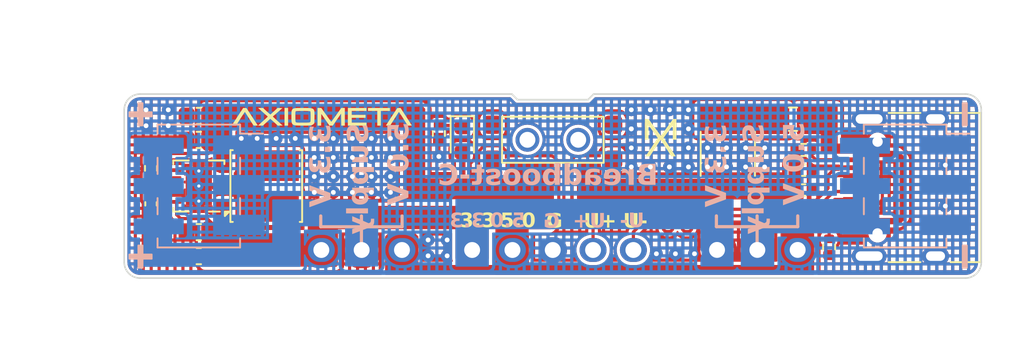
<source format=kicad_pcb>
(kicad_pcb (version 20240108) (generator "pcbnew") (generator_version "8.0")
  (layers (0 "F.Cu" mixed) (31 "B.Cu" mixed) (34 "B.Paste" user) (35 "F.Paste" user) (36 "B.SilkS" user "B.Silkscreen") (37 "F.SilkS" user "F.Silkscreen") (38 "B.Mask" user) (39 "F.Mask" user) (44 "Edge.Cuts" user))
  (net 0 "")
  (net 1 "GND")
  (net 2 "/V_IN")
  (net 3 "+3V3")
  (net 4 "+5V")
  (net 5 "Net-(F1-Pad1)")
  (net 6 "Net-(FB1-Pad2)")
  (net 7 "/BB_NET_1")
  (net 8 "/BB_NET_2")
  (net 9 "/CC2")
  (net 10 "/CC1")
  (net 15 "Net-(U4-EN)")
  (net 16 "/USB_M")
  (net 17 "/USB_P")
  (net 18 "Net-(D1-K)")
  (net 19 "/L2")
  (net 20 "/L1")
  (footprint "Capacitor_SMD:C_0603_1608Metric" (layer "F.Cu") (at 126.125 113.015 180)
    (property "Reference" "C3" (hide yes))
    (property "Value" "10uF")
    (pad "1" smd roundrect (at -0.775 0 180) (size 0.9 0.95) (layers "F.Cu" "F.Paste" "F.Mask") (net 3 "+3V3"))
    (pad "2" smd roundrect (at 0.775 0 180) (size 0.9 0.95) (layers "F.Cu" "F.Paste" "F.Mask") (net 1 "GND"))
  )
  (footprint "aArtWork:smaller_Axiometa" (layer "F.Cu") (at 134.191 104.474)
    (property "Reference" "G***" (hide yes))
    (property "Value" "LOGO" (hide yes))
  )
  (footprint "Connector_PinHeader_2.54mm:PinHeader_1x03_P2.54mm_Vertical" (layer "F.Cu") (at 133.844999 112.63 90)
    (property "Reference" "J3" (hide yes))
    (property "Value" "Select")
    (pad "1" thru_hole oval (at 0 0 90) (size 1.5 1.7) (drill 1) (layers "*.Cu" "*.Mask") (net 3 "+3V3"))
    (pad "2" thru_hole oval (at 0 2.54 90) (size 1.5 1.7) (drill 1) (layers "*.Cu" "*.Mask") (net 7 "/BB_NET_1"))
    (pad "3" thru_hole oval (at 0 5.079999 90) (size 1.5 1.7) (drill 1) (layers "*.Cu" "*.Mask") (net 4 "+5V"))
  )
  (footprint "Inductor_SMD:L_Sunlord_SWPA4012S" (layer "F.Cu") (at 130.375 108.6 90)
    (property "Reference" "L1" (hide yes))
    (property "Value" "2.2uH")
    (pad "1" smd rect (at -1.5 0 90) (size 1.1 3.7) (layers "F.Cu" "F.Paste" "F.Mask") (net 19 "/L2"))
    (pad "2" smd rect (at 1.5 0 90) (size 1.1 3.7) (layers "F.Cu" "F.Paste" "F.Mask") (net 20 "/L1"))
  )
  (footprint "Resistor_SMD:R_0402_1005Metric" (layer "F.Cu") (at 164.23 106.325)
    (property "Reference" "R3" (hide yes))
    (property "Value" "5.1k")
    (pad "1" smd roundrect (at -0.509999 0) (size 0.54 0.64) (layers "F.Cu" "F.Paste" "F.Mask") (net 1 "GND"))
    (pad "2" smd roundrect (at 0.509999 0) (size 0.54 0.64) (layers "F.Cu" "F.Paste" "F.Mask") (net 9 "/CC2"))
  )
  (footprint "Resistor_SMD:R_0402_1005Metric" (layer "F.Cu") (at 141.25 105.29 90)
    (property "Reference" "R1" (hide yes))
    (property "Value" "2k")
    (pad "1" smd roundrect (at -0.509999 0 90) (size 0.54 0.64) (layers "F.Cu" "F.Paste" "F.Mask") (net 1 "GND"))
    (pad "2" smd roundrect (at 0.509999 0 90) (size 0.54 0.64) (layers "F.Cu" "F.Paste" "F.Mask") (net 18 "Net-(D1-K)"))
  )
  (footprint "Capacitor_SMD:C_0805_2012Metric" (layer "F.Cu") (at 163.56 104.39)
    (property "Reference" "FB1" (hide yes))
    (property "Value" "FerriteBead")
    (pad "1" smd roundrect (at -0.95 0) (size 1 1.45) (layers "F.Cu" "F.Paste" "F.Mask") (net 5 "Net-(F1-Pad1)"))
    (pad "2" smd roundrect (at 0.95 0) (size 1 1.45) (layers "F.Cu" "F.Paste" "F.Mask") (net 6 "Net-(FB1-Pad2)"))
  )
  (footprint "Resistor_SMD:R_0402_1005Metric" (layer "F.Cu") (at 165.837 112.436 90)
    (property "Reference" "R4" (hide yes))
    (property "Value" "5.1k")
    (pad "1" smd roundrect (at -0.509999 0 90) (size 0.54 0.64) (layers "F.Cu" "F.Paste" "F.Mask") (net 1 "GND"))
    (pad "2" smd roundrect (at 0.509999 0 90) (size 0.54 0.64) (layers "F.Cu" "F.Paste" "F.Mask") (net 10 "/CC1"))
  )
  (footprint "Fuse:Fuse_1812_4532Metric_Pad1.30x3.40mm_HandSolder" (layer "F.Cu") (at 159.455 106.57 -90)
    (property "Reference" "F1" (hide yes))
    (property "Value" "Polyfuse")
    (pad "1" smd roundrect (at -2.225001 0 270) (size 1.3 3.4) (layers "F.Cu" "F.Paste" "F.Mask") (roundrect_rratio 0.192308) (net 5 "Net-(F1-Pad1)"))
    (pad "2" smd roundrect (at 2.225001 0 270) (size 1.3 3.4) (layers "F.Cu" "F.Paste" "F.Mask") (roundrect_rratio 0.192308) (net 2 "/V_IN"))
  )
  (footprint "Capacitor_SMD:C_0603_1608Metric" (layer "F.Cu") (at 126.125 104.185 180)
    (property "Reference" "C7" (hide yes))
    (property "Value" "100nF")
    (pad "1" smd roundrect (at -0.775 0 180) (size 0.9 0.95) (layers "F.Cu" "F.Paste" "F.Mask") (net 4 "+5V"))
    (pad "2" smd roundrect (at 0.775 0 180) (size 0.9 0.95) (layers "F.Cu" "F.Paste" "F.Mask") (net 1 "GND"))
  )
  (footprint "Connector_PinHeader_2.54mm:PinHeader_1x03_P2.54mm_Vertical" (layer "F.Cu") (at 158.775001 112.625 90)
    (property "Reference" "J4" (hide yes))
    (property "Value" "Select")
    (pad "1" thru_hole oval (at 0 0 90) (size 1.5 1.7) (drill 1) (layers "*.Cu" "*.Mask") (net 3 "+3V3"))
    (pad "2" thru_hole oval (at 0 2.54 90) (size 1.5 1.7) (drill 1) (layers "*.Cu" "*.Mask") (net 8 "/BB_NET_2"))
    (pad "3" thru_hole oval (at 0 5.079999 90) (size 1.5 1.7) (drill 1) (layers "*.Cu" "*.Mask") (net 4 "+5V"))
  )
  (footprint "Capacitor_SMD:C_0402_1005Metric" (layer "F.Cu") (at 164.235 107.6)
    (property "Reference" "C1" (hide yes))
    (property "Value" "1uF")
    (pad "1" smd roundrect (at -0.48 0) (size 0.56 0.62) (layers "F.Cu" "F.Paste" "F.Mask") (net 2 "/V_IN"))
    (pad "2" smd roundrect (at 0.48 0) (size 0.56 0.62) (layers "F.Cu" "F.Paste" "F.Mask") (net 1 "GND"))
  )
  (footprint "aFootprint:Switch_Side" (layer "F.Cu") (at 150.93 109.4375)
    (property "Reference" "U2" (hide yes))
    (property "Value" "Side_Switch_SMD")
    (pad "1" smd roundrect (at -6.3 -4.7) (size 1.15 1.15) (layers "F.Cu" "F.Paste" "F.Mask"))
    (pad "2" smd roundrect (at -6.3 -2.5) (size 1.15 1.15) (layers "F.Cu" "F.Paste" "F.Mask"))
    (pad "3" smd roundrect (at -4.7 -1.4) (size 1.15 1.675) (layers "F.Cu" "F.Paste" "F.Mask") (net 4 "+5V"))
    (pad "4" smd roundrect (at -3.2 -1.4) (size 1.15 1.675) (layers "F.Cu" "F.Paste" "F.Mask") (net 4 "+5V"))
    (pad "5" smd roundrect (at -0.2 -1.4) (size 1.15 1.675) (layers "F.Cu" "F.Paste" "F.Mask") (net 2 "/V_IN"))
    (pad "6" smd roundrect (at 1.3 -2.5) (size 1.15 1.15) (layers "F.Cu" "F.Paste" "F.Mask"))
    (pad "7" smd roundrect (at 1.3 -4.7) (size 1.15 1.15) (layers "F.Cu" "F.Paste" "F.Mask"))
    (pad "8" thru_hole circle (at -4.1 -3.75) (size 1.5 1.5) (drill 1) (layers "*.Cu" "*.Mask"))
    (pad "8" thru_hole circle (at -0.9 -3.75) (size 1.5 1.5) (drill 1) (layers "*.Cu" "*.Mask"))
  )
  (footprint "Capacitor_SMD:C_0603_1608Metric" (layer "F.Cu") (at 126.125 111.505 180)
    (property "Reference" "C4" (hide yes))
    (property "Value" "10uF")
    (pad "1" smd roundrect (at -0.775 0 180) (size 0.9 0.95) (layers "F.Cu" "F.Paste" "F.Mask") (net 3 "+3V3"))
    (pad "2" smd roundrect (at 0.775 0 180) (size 0.9 0.95) (layers "F.Cu" "F.Paste" "F.Mask") (net 1 "GND"))
  )
  (footprint "Package_SON:Texas_DRC0010J_ThermalVias" (layer "F.Cu") (at 126.125 108.6 180)
    (property "Reference" "U4" (hide yes))
    (property "Value" "TPS63001")
    (pad "1" smd roundrect (at -1.4 -1 180) (size 0.6 0.24) (layers "F.Cu" "F.Paste" "F.Mask") (net 3 "+3V3"))
    (pad "2" smd roundrect (at -1.4 -0.5 180) (size 0.6 0.24) (layers "F.Cu" "F.Paste" "F.Mask") (net 19 "/L2"))
    (pad "3" smd roundrect (at -1.4 0 180) (size 0.6 0.24) (layers "F.Cu" "F.Paste" "F.Mask") (net 1 "GND"))
    (pad "4" smd roundrect (at -1.4 0.5 180) (size 0.6 0.24) (layers "F.Cu" "F.Paste" "F.Mask") (net 20 "/L1"))
    (pad "5" smd roundrect (at -1.4 1 180) (size 0.6 0.24) (layers "F.Cu" "F.Paste" "F.Mask") (net 4 "+5V"))
    (pad "6" smd roundrect (at 1.4 1 180) (size 0.6 0.24) (layers "F.Cu" "F.Paste" "F.Mask") (net 15 "Net-(U4-EN)"))
    (pad "7" smd roundrect (at 1.4 0.5 180) (size 0.6 0.24) (layers "F.Cu" "F.Paste" "F.Mask") (net 15 "Net-(U4-EN)"))
    (pad "8" smd roundrect (at 1.4 0 180) (size 0.6 0.24) (layers "F.Cu" "F.Paste" "F.Mask") (net 15 "Net-(U4-EN)"))
    (pad "9" smd roundrect (at 1.4 -0.5 180) (size 0.6 0.24) (layers "F.Cu" "F.Paste" "F.Mask") (net 1 "GND"))
    (pad "10" smd roundrect (at 1.4 -1 180) (size 0.6 0.24) (layers "F.Cu" "F.Paste" "F.Mask") (net 3 "+3V3"))
    (pad "11" thru_hole circle (at 0 -0.95 180) (size 0.5 0.5) (drill 0.2) (layers "*.Cu") (net 1 "GND"))
    (pad "11" thru_hole circle (at 0 0 180) (size 0.5 0.5) (drill 0.2) (layers "*.Cu") (net 1 "GND"))
    (pad "11" smd custom (at 0 0 180) (size 1.65 2.4) (layers "F.Cu" "F.Mask") (net 1 "GND") (options (clearance outline) (anchor rect)) (primitives (gr_poly (pts (xy -0.125 -1.1) (xy 0.125 -1.1) (xy 0.125 -1.7) (xy 0.375 -1.7) (xy 0.375 1.7) (xy 0.125 1.7) (xy 0.125 1.1) (xy -0.125 1.1) (xy -0.125 1.7) (xy -0.375 1.7) (xy -0.375 -1.7) (xy -0.125 -1.7)) (width 0) (fill yes))))
    (pad "11" thru_hole circle (at 0 0.95 180) (size 0.5 0.5) (drill 0.2) (layers "*.Cu") (net 1 "GND"))
  )
  (footprint "LED_SMD:LED_0603_1608Metric" (layer "F.Cu") (at 142.725 105.6875 -90)
    (property "Reference" "D1" (hide yes))
    (property "Value" "C2286")
    (pad "1" smd roundrect (at -0.787501 0 270) (size 0.875 0.95) (layers "F.Cu" "F.Paste" "F.Mask") (net 18 "Net-(D1-K)"))
    (pad "2" smd roundrect (at 0.787501 0 270) (size 0.875 0.95) (layers "F.Cu" "F.Paste" "F.Mask") (net 4 "+5V"))
  )
  (footprint "Capacitor_SMD:C_0402_1005Metric" (layer "F.Cu") (at 123.115 109.7225 -90)
    (property "Reference" "C5" (hide yes))
    (property "Value" "100nF")
    (pad "1" smd roundrect (at -0.48 0 270) (size 0.56 0.62) (layers "F.Cu" "F.Paste" "F.Mask") (net 15 "Net-(U4-EN)"))
    (pad "2" smd roundrect (at 0.48 0 270) (size 0.56 0.62) (layers "F.Cu" "F.Paste" "F.Mask") (net 1 "GND"))
  )
  (footprint "Capacitor_SMD:C_0402_1005Metric" (layer "F.Cu") (at 164.23 108.85)
    (property "Reference" "C2" (hide yes))
    (property "Value" "100nF")
    (pad "1" smd roundrect (at -0.48 0) (size 0.56 0.62) (layers "F.Cu" "F.Paste" "F.Mask") (net 2 "/V_IN"))
    (pad "2" smd roundrect (at 0.48 0) (size 0.56 0.62) (layers "F.Cu" "F.Paste" "F.Mask") (net 1 "GND"))
  )
  (footprint "Connector_PinHeader_2.54mm:PinHeader_1x05_P2.54mm_Horizontal" (layer "F.Cu") (at 148.425 112.63 90)
    (property "Reference" "J6" (hide yes))
    (property "Value" "Breakout" (hide yes))
    (pad "1" thru_hole oval (at 0 -5.08 90) (size 1.5 1.7) (drill 1) (layers "*.Cu" "*.Mask") (net 3 "+3V3"))
    (pad "2" thru_hole oval (at 0 -2.54 90) (size 1.5 1.7) (drill 1) (layers "*.Cu" "*.Mask") (net 4 "+5V"))
    (pad "3" thru_hole oval (at 0 0 90) (size 1.5 1.7) (drill 1) (layers "*.Cu" "*.Mask") (net 1 "GND"))
    (pad "4" thru_hole oval (at 0 2.54 90) (size 1.5 1.7) (drill 1) (layers "*.Cu" "*.Mask") (net 17 "/USB_P"))
    (pad "5" thru_hole oval (at 0 5.08 90) (size 1.5 1.7) (drill 1) (layers "*.Cu" "*.Mask") (net 16 "/USB_M"))
  )
  (footprint "aArtWork:Axiometa_2mm" (layer "F.Cu") (at 155.226 105.55)
    (property "Reference" "G***" (hide yes))
    (property "Value" "LOGO" (hide yes))
  )
  (footprint "Capacitor_SMD:C_0603_1608Metric" (layer "F.Cu") (at 126.125 105.695 180)
    (property "Reference" "C6" (hide yes))
    (property "Value" "10uF")
    (pad "1" smd roundrect (at -0.775 0 180) (size 0.9 0.95) (layers "F.Cu" "F.Paste" "F.Mask") (net 4 "+5V"))
    (pad "2" smd roundrect (at 0.775 0 180) (size 0.9 0.95) (layers "F.Cu" "F.Paste" "F.Mask") (net 1 "GND"))
  )
  (footprint "Resistor_SMD:R_0402_1005Metric" (layer "F.Cu") (at 123.115 107.4825 -90)
    (property "Reference" "R2" (hide yes))
    (property "Value" "100")
    (pad "1" smd roundrect (at -0.51 0 270) (size 0.54 0.64) (layers "F.Cu" "F.Paste" "F.Mask") (net 4 "+5V"))
    (pad "2" smd roundrect (at 0.51 0 270) (size 0.54 0.64) (layers "F.Cu" "F.Paste" "F.Mask") (net 15 "Net-(U4-EN)"))
  )
  (footprint "Connector_USB:USB_C_Receptacle_HRO_TYPE-C-31-M-12" (layer "F.Cu") (at 171.49 108.695 90)
    (property "Reference" "P1" (hide yes))
    (property "Value" "USB Type C")
    (pad "" np_thru_hole circle (at -2.89 -2.6 90) (size 0.65 0.65) (drill 0.65) (layers "*.Cu" "*.Mask"))
    (pad "" np_thru_hole circle (at 2.89 -2.6 90) (size 0.65 0.65) (drill 0.65) (layers "*.Cu" "*.Mask"))
    (pad "A1" smd rect (at -3.25 -4.045 90) (size 0.6 1.45) (layers "F.Cu" "F.Paste" "F.Mask") (net 1 "GND"))
    (pad "A4" smd rect (at -2.450001 -4.045 90) (size 0.6 1.45) (layers "F.Cu" "F.Paste" "F.Mask") (net 6 "Net-(FB1-Pad2)"))
    (pad "A5" smd rect (at -1.25 -4.044999 90) (size 0.3 1.45) (layers "F.Cu" "F.Paste" "F.Mask") (net 10 "/CC1"))
    (pad "A6" smd rect (at -0.25 -4.045 90) (size 0.3 1.45) (layers "F.Cu" "F.Paste" "F.Mask") (net 17 "/USB_P"))
    (pad "A7" smd rect (at 0.25 -4.045 90) (size 0.3 1.45) (layers "F.Cu" "F.Paste" "F.Mask") (net 16 "/USB_M"))
    (pad "A8" smd rect (at 1.25 -4.044999 90) (size 0.3 1.45) (layers "F.Cu" "F.Paste" "F.Mask"))
    (pad "A9" smd rect (at 2.450001 -4.045 90) (size 0.6 1.45) (layers "F.Cu" "F.Paste" "F.Mask") (net 6 "Net-(FB1-Pad2)"))
    (pad "A12" smd rect (at 3.25 -4.045 90) (size 0.6 1.45) (layers "F.Cu" "F.Paste" "F.Mask") (net 1 "GND"))
    (pad "B1" smd rect (at 3.25 -4.045 90) (size 0.6 1.45) (layers "F.Cu" "F.Paste" "F.Mask") (net 1 "GND"))
    (pad "B4" smd rect (at 2.450001 -4.045 90) (size 0.6 1.45) (layers "F.Cu" "F.Paste" "F.Mask") (net 6 "Net-(FB1-Pad2)"))
    (pad "B5" smd rect (at 1.75 -4.045 90) (size 0.3 1.45) (layers "F.Cu" "F.Paste" "F.Mask") (net 9 "/CC2"))
    (pad "B6" smd rect (at 0.75 -4.045 90) (size 0.3 1.45) (layers "F.Cu" "F.Paste" "F.Mask") (net 17 "/USB_P"))
    (pad "B7" smd rect (at -0.75 -4.045 90) (size 0.3 1.45) (layers "F.Cu" "F.Paste" "F.Mask") (net 16 "/USB_M"))
    (pad "B8" smd rect (at -1.75 -4.045 90) (size 0.3 1.45) (layers "F.Cu" "F.Paste" "F.Mask"))
    (pad "B9" smd rect (at -2.450001 -4.045 90) (size 0.6 1.45) (layers "F.Cu" "F.Paste" "F.Mask") (net 6 "Net-(FB1-Pad2)"))
    (pad "B12" smd rect (at -3.25 -4.045 90) (size 0.6 1.45) (layers "F.Cu" "F.Paste" "F.Mask") (net 1 "GND"))
    (pad "S1" thru_hole oval (at -4.32 -3.13 90) (size 1 2.1) (drill oval 0.6 1.7) (layers "*.Cu" "*.Mask") (net 1 "GND"))
    (pad "S1" thru_hole oval (at -4.32 1.05 90) (size 1 1.6) (drill oval 0.6 1.2) (layers "*.Cu" "*.Mask") (net 1 "GND"))
    (pad "S1" thru_hole oval (at 4.32 -3.13 90) (size 1 2.1) (drill oval 0.6 1.7) (layers "*.Cu" "*.Mask") (net 1 "GND"))
    (pad "S1" thru_hole oval (at 4.32 1.05 90) (size 1 1.6) (drill oval 0.6 1.2) (layers "*.Cu" "*.Mask") (net 1 "GND"))
  )
  (footprint "Connector_PinHeader_2.54mm:PinHeader_2x03_P2.54mm_Vertical_SMD" (layer "B.Cu") (at 170.625 108.6 180)
    (property "Reference" "J1" (hide yes))
    (property "Value" "Conn_02x02_Counter_Clockwise")
    (pad "1" smd rect (at -2.525 2.54 180) (size 3.15 1) (layers "B.Cu" "B.Paste" "B.Mask") (net 1 "GND"))
    (pad "2" smd rect (at 2.525 2.54 180) (size 3.15 1) (layers "B.Cu" "B.Paste" "B.Mask") (net 8 "/BB_NET_2"))
    (pad "3" smd rect (at -2.525 0 180) (size 3.15 1) (layers "B.Cu" "B.Paste" "B.Mask") (net 1 "GND"))
    (pad "4" smd rect (at 2.525 0 180) (size 3.15 1) (layers "B.Cu" "B.Paste" "B.Mask") (net 8 "/BB_NET_2"))
    (pad "5" smd rect (at -2.525 -2.54 180) (size 3.15 1) (layers "B.Cu" "B.Paste" "B.Mask") (net 1 "GND"))
    (pad "6" smd rect (at 2.525 -2.54 180) (size 3.15 1) (layers "B.Cu" "B.Paste" "B.Mask") (net 8 "/BB_NET_2"))
  )
  (footprint "Connector_PinHeader_2.54mm:PinHeader_2x03_P2.54mm_Vertical_SMD" (layer "B.Cu") (at 126.125 108.6 180)
    (property "Reference" "J2" (hide yes))
    (property "Value" "Conn_02x02_Counter_Clockwise")
    (pad "1" smd rect (at -2.525 2.54 180) (size 3.15 1) (layers "B.Cu" "B.Paste" "B.Mask") (net 1 "GND"))
    (pad "2" smd rect (at 2.525 2.54 180) (size 3.15 1) (layers "B.Cu" "B.Paste" "B.Mask") (net 7 "/BB_NET_1"))
    (pad "3" smd rect (at -2.525 0 180) (size 3.15 1) (layers "B.Cu" "B.Paste" "B.Mask") (net 1 "GND"))
    (pad "4" smd rect (at 2.525 0 180) (size 3.15 1) (layers "B.Cu" "B.Paste" "B.Mask") (net 7 "/BB_NET_1"))
    (pad "5" smd rect (at -2.525 -2.54 180) (size 3.15 1) (layers "B.Cu" "B.Paste" "B.Mask") (net 1 "GND"))
    (pad "6" smd rect (at 2.525 -2.54 180) (size 3.15 1) (layers "B.Cu" "B.Paste" "B.Mask") (net 7 "/BB_NET_1"))
  )
  (gr_line (start 163.860002 110.48) (end 163.860002 111.16) (stroke (width 0.2)) (layer "B.SilkS"))
  (gr_line (start 136.372498 110.485) (end 136.372498 111.165) (stroke (width 0.2)) (layer "B.SilkS"))
  (gr_rect (start 121.748 103.941) (end 123.162 104.217) (stroke (width 0.1)) (fill solid) (layer "B.SilkS"))
  (gr_rect (start 122.31 103.372) (end 122.586 104.786) (stroke (width 0.1)) (fill solid) (layer "B.SilkS"))
  (gr_line (start 161.300001 110.48) (end 161.300001 111.16) (stroke (width 0.2)) (layer "B.SilkS"))
  (gr_line (start 133.807499 110.485) (end 133.807499 111.165) (stroke (width 0.2)) (layer "B.SilkS"))
  (gr_rect (start 174.247 112.341) (end 174.523 113.755) (stroke (width 0.1)) (fill solid) (layer "B.SilkS"))
  (gr_rect (start 174.247 103.372) (end 174.523 104.786) (stroke (width 0.1)) (fill solid) (layer "B.SilkS"))
  (gr_rect (start 121.748 112.91) (end 123.162 113.186) (stroke (width 0.1)) (fill solid) (layer "B.SilkS"))
  (gr_rect (start 122.31 112.341) (end 122.586 113.755) (stroke (width 0.1)) (fill solid) (layer "B.SilkS"))
  (gr_line (start 136.369999 111.165) (end 136.369999 112.63) (stroke (width 0.2)) (layer "B.SilkS"))
  (gr_line (start 138.932499 110.485) (end 138.932499 111.165) (stroke (width 0.2)) (layer "B.SilkS"))
  (gr_line (start 163.860002 111.16) (end 158.735002 111.16) (stroke (width 0.2)) (layer "B.SilkS"))
  (gr_line (start 158.735002 110.48) (end 158.735002 111.16) (stroke (width 0.2)) (layer "B.SilkS"))
  (gr_line (start 161.300001 111.16) (end 161.300001 112.625) (stroke (width 0.2)) (layer "B.SilkS"))
  (gr_line (start 138.932499 111.165) (end 133.807499 111.165) (stroke (width 0.2)) (layer "B.SilkS"))
  (gr_line (start 174.425 114.4) (end 122.425 114.4) (stroke (width 0.1)) (layer "Edge.Cuts"))
  (gr_line (start 174.425001 102.805) (end 151.000001 102.805) (stroke (width 0.1)) (layer "Edge.Cuts"))
  (gr_line (start 146.203553 103.158553) (end 145.85 102.805) (stroke (width 0.1)) (layer "Edge.Cuts"))
  (gr_line (start 122.425 102.805) (end 145.85 102.805) (stroke (width 0.1)) (layer "Edge.Cuts"))
  (gr_arc (start 121.425 103.805) (mid 121.717893 103.097893) (end 122.425 102.805) (stroke (width 0.1)) (layer "Edge.Cuts"))
  (gr_arc (start 174.425001 102.805) (mid 175.132107 103.097894) (end 175.425 103.805) (stroke (width 0.1)) (layer "Edge.Cuts"))
  (gr_arc (start 175.425 113.4) (mid 175.132107 114.107107) (end 174.425 114.4) (stroke (width 0.1)) (layer "Edge.Cuts"))
  (gr_line (start 150.646448 103.158553) (end 151.000001 102.805) (stroke (width 0.1)) (layer "Edge.Cuts"))
  (gr_arc (start 122.425 114.4) (mid 121.717893 114.107107) (end 121.425 113.4) (stroke (width 0.1)) (layer "Edge.Cuts"))
  (gr_line (start 150.646448 103.158553) (end 146.203553 103.158553) (stroke (width 0.1)) (layer "Edge.Cuts"))
  (gr_line (start 121.425 113.4) (end 121.425 103.805) (stroke (width 0.1)) (layer "Edge.Cuts"))
  (gr_line (start 175.425 103.805) (end 175.425 113.4) (stroke (width 0.1)) (layer "Edge.Cuts"))
  (gr_text "U-" (at 154.195 111.343 -0) (layer "B.SilkS") (effects (font (size 0.9 0.9) (thickness 0.2) (bold yes)) (justify left bottom mirror)))
  (gr_text "5.0" (at 146.7 111.337 -0) (layer "B.SilkS") (effects (font (size 0.9 0.9) (thickness 0.2) (bold yes)) (justify left bottom mirror)))
  (gr_text "5.0 V" (at 164.477503 104.557 90) (layer "B.SilkS") (effects (font (size 1.3 1.3) (thickness 0.325) (bold yes)) (justify left bottom mirror)))
  (gr_text "3.3" (at 144.148 111.347 -0) (layer "B.SilkS") (effects (font (size 0.9 0.9) (thickness 0.2) (bold yes)) (justify left bottom mirror)))
  (gr_text "Supply" (at 161.932714 104.637 90) (layer "B.SilkS") (effects (font (size 1.3 1.3) (thickness 0.325) (bold yes)) (justify left bottom mirror)))
  (gr_text "5.0 V" (at 139.55 104.562 90) (layer "B.SilkS") (effects (font (size 1.3 1.3) (thickness 0.325) (bold yes)) (justify left bottom mirror)))
  (gr_text "3.3 V" (at 134.635 104.682 90) (layer "B.SilkS") (effects (font (size 1.3 1.3) (thickness 0.325) (bold yes)) (justify left bottom mirror)))
  (gr_text "U+" (at 151.762 111.366 -0) (layer "B.SilkS") (effects (font (size 0.9 0.9) (thickness 0.2) (bold yes)) (justify left bottom mirror)))
  (gr_text "Breadboost-C" (at 148.121 108.746 0) (layer "B.SilkS") (effects (font (size 1.3 1.3) (thickness 0.06) (bold yes)) (justify bottom mirror)))
  (gr_text "G" (at 148.863 111.383 -0) (layer "B.SilkS") (effects (font (size 0.9 0.9) (thickness 0.2) (bold yes)) (justify left bottom mirror)))
  (gr_text "3.3 V" (at 159.562503 104.677 90) (layer "B.SilkS") (effects (font (size 1.3 1.3) (thickness 0.325) (bold yes)) (justify left bottom mirror)))
  (gr_text "Supply" (at 137.005211 104.642 90) (layer "B.SilkS") (effects (font (size 1.3 1.3) (thickness 0.325) (bold yes)) (justify left bottom mirror)))
  (gr_text "3.3" (at 142.566 111.343 0) (layer "F.SilkS") (effects (font (size 0.9 0.9) (thickness 0.2) (bold yes)) (justify left bottom)))
  (gr_text "5.0" (at 145.12 111.343 0) (layer "F.SilkS") (effects (font (size 0.9 0.9) (thickness 0.2) (bold yes)) (justify left bottom)))
  (gr_text "U+" (at 150.368 111.372 0) (layer "F.SilkS") (effects (font (size 0.9 0.9) (thickness 0.2) (bold yes)) (justify left bottom)))
  (gr_text "U-" (at 152.855 111.372 0) (layer "F.SilkS") (effects (font (size 0.9 0.9) (thickness 0.2) (bold yes)) (justify left bottom)))
  (gr_text "G" (at 148.008 111.372 0) (layer "F.SilkS") (effects (font (size 0.9 0.9) (thickness 0.2) (bold yes)) (justify left bottom)))
  (segment (start 127.525 108.6) (end 126.7 108.6) (width 0.2) (layer "F.Cu") (net 1))
  (segment (start 141.25 105.799999) (end 141.25 106.74) (width 0.2) (layer "F.Cu") (net 1))
  (via (at 154.954 112.867) (size 0.5) (drill 0.3) (layers "F.Cu" "B.Cu") (net 1))
  (via (at 156.974 107.397) (size 0.5) (drill 0.3) (layers "F.Cu" "B.Cu") (net 1))
  (via (at 161.774 106.198) (size 0.5) (drill 0.3) (layers "F.Cu" "B.Cu") (net 1))
  (via (at 155.774 107.397) (size 0.5) (drill 0.3) (layers "F.Cu" "B.Cu") (net 1))
  (via (at 141.771 111.997) (size 0.5) (drill 0.3) (layers "F.Cu" "B.Cu") (net 1))
  (via (at 153.374 104.997) (size 0.5) (drill 0.3) (layers "F.Cu" "B.Cu") (net 1))
  (via (at 133.4 106.8) (size 0.5) (drill 0.3) (layers "F.Cu" "B.Cu") (net 1))
  (via (at 156.975 104.998) (size 0.5) (drill 0.3) (layers "F.Cu" "B.Cu") (net 1))
  (via (at 156.975 106.198) (size 0.5) (drill 0.3) (layers "F.Cu" "B.Cu") (net 1))
  (via (at 135.8 108) (size 0.5) (drill 0.3) (layers "F.Cu" "B.Cu") (net 1))
  (via (at 173.16 107.28) (size 0.5) (drill 0.3) (layers "F.Cu" "B.Cu") (net 1))
  (via (at 161.773 107.399) (size 0.5) (drill 0.3) (layers "F.Cu" "B.Cu") (net 1))
  (via (at 153.374 103.797) (size 0.5) (drill 0.3) (layers "F.Cu" "B.Cu") (net 1))
  (via (at 156.974 103.797) (size 0.5) (drill 0.3) (layers "F.Cu" "B.Cu") (net 1))
  (via (at 134.6 109) (size 0.5) (drill 0.3) (layers "F.Cu" "B.Cu") (net 1))
  (via (at 140.571 111.997) (size 0.5) (drill 0.3) (layers "F.Cu" "B.Cu") (net 1))
  (via (at 129.8 105.6) (size 0.5) (drill 0.3) (layers "F.Cu" "B.Cu") (net 1))
  (via (at 131 105.6) (size 0.5) (drill 0.3) (layers "F.Cu" "B.Cu") (net 1))
  (via (at 158.174 107.397) (size 0.5) (drill 0.3) (layers "F.Cu" "B.Cu") (net 1))
  (via (at 122.8 104.8) (size 0.5) (drill 0.3) (layers "F.Cu" "B.Cu") (net 1))
  (via (at 135.8 109) (size 0.5) (drill 0.3) (layers "F.Cu" "B.Cu") (net 1))
  (via (at 137 109) (size 0.5) (drill 0.3) (layers "F.Cu" "B.Cu") (net 1))
  (via (at 153.374 106.197) (size 0.5) (drill 0.3) (layers "F.Cu" "B.Cu") (net 1))
  (via (at 124.2 103.8) (size 0.5) (drill 0.3) (layers "F.Cu" "B.Cu") (net 1))
  (via (at 134.6 106.8) (size 0.5) (drill 0.3) (layers "F.Cu" "B.Cu") (net 1))
  (via (at 134.6 108) (size 0.5) (drill 0.3) (layers "F.Cu" "B.Cu") (net 1))
  (via (at 138.2 109) (size 0.5) (drill 0.3) (layers "F.Cu" "B.Cu") (net 1))
  (via (at 122.8 103.8) (size 0.5) (drill 0.3) (layers "F.Cu" "B.Cu") (net 1))
  (via (at 157.354 112.867) (size 0.5) (drill 0.3) (layers "F.Cu" "B.Cu") (net 1))
  (via (at 155.774 103.797) (size 0.5) (drill 0.3) (layers "F.Cu" "B.Cu") (net 1))
  (via (at 156.154 112.867) (size 0.5) (drill 0.3) (layers "F.Cu" "B.Cu") (net 1))
  (via (at 160.574 107.398) (size 0.5) (drill 0.3) (layers "F.Cu" "B.Cu") (net 1))
  (via (at 138.2 108) (size 0.5) (drill 0.3) (layers "F.Cu" "B.Cu") (net 1))
  (via (at 138.2 106.8) (size 0.5) (drill 0.3) (layers "F.Cu" "B.Cu") (net 1))
  (via (at 137 108) (size 0.5) (drill 0.3) (layers "F.Cu" "B.Cu") (net 1))
  (via (at 132.2 105.6) (size 0.5) (drill 0.3) (layers "F.Cu" "B.Cu") (net 1))
  (via (at 159.374 106.197) (size 0.5) (drill 0.3) (layers "F.Cu" "B.Cu") (net 1))
  (via (at 140.571 112.997) (size 0.5) (drill 0.3) (layers "F.Cu" "B.Cu") (net 1))
  (via (at 128.8 105.6) (size 0.5) (drill 0.3) (layers "F.Cu" "B.Cu") (net 1))
  (via (at 138.2 105.6) (size 0.5) (drill 0.3) (layers "F.Cu" "B.Cu") (net 1))
  (via (at 133.4 105.6) (size 0.5) (drill 0.3) (layers "F.Cu" "B.Cu") (net 1))
  (via (at 135.8 106.8) (size 0.5) (drill 0.3) (layers "F.Cu" "B.Cu") (net 1))
  (via (at 160.575 106.198) (size 0.5) (drill 0.3) (layers "F.Cu" "B.Cu") (net 1))
  (via (at 137 106.8) (size 0.5) (drill 0.3) (layers "F.Cu" "B.Cu") (net 1))
  (via (at 133.4 108) (size 0.5) (drill 0.3) (layers "F.Cu" "B.Cu") (net 1))
  (via (at 133.4 109) (size 0.5) (drill 0.3) (layers "F.Cu" "B.Cu") (net 1))
  (via (at 153.374 107.397) (size 0.5) (drill 0.3) (layers "F.Cu" "B.Cu") (net 1))
  (via (at 154.574 107.397) (size 0.5) (drill 0.3) (layers "F.Cu" "B.Cu") (net 1))
  (via (at 153.374 104.997) (size 0.5) (drill 0.3) (layers "F.Cu" "B.Cu") (net 1))
  (via (at 158.174 106.197) (size 0.5) (drill 0.3) (layers "F.Cu" "B.Cu") (net 1))
  (via (at 134.6 105.6) (size 0.5) (drill 0.3) (layers "F.Cu" "B.Cu") (net 1))
  (via (at 124.2 104.8) (size 0.5) (drill 0.3) (layers "F.Cu" "B.Cu") (net 1))
  (via (at 154.574 103.797) (size 0.5) (drill 0.3) (layers "F.Cu" "B.Cu") (net 1))
  (via (at 141.25 106.74) (size 0.5) (drill 0.3) (layers "F.Cu" "B.Cu") (net 1))
  (via (at 173.16 109.86) (size 0.5) (drill 0.3) (layers "F.Cu" "B.Cu") (net 1))
  (via (at 159.375 107.398) (size 0.5) (drill 0.3) (layers "F.Cu" "B.Cu") (net 1))
  (via (at 154.574 103.797) (size 0.5) (drill 0.3) (layers "F.Cu" "B.Cu") (net 1))
  (via (at 135.8 105.6) (size 0.5) (drill 0.3) (layers "F.Cu" "B.Cu") (net 1))
  (via (at 137 105.6) (size 0.5) (drill 0.3) (layers "F.Cu" "B.Cu") (net 1))
  (via (at 141.771 112.997) (size 0.5) (drill 0.3) (layers "F.Cu" "B.Cu") (net 1))
  (segment (start 173.16 111.13) (end 173.15 111.14) (width 0.4) (layer "B.Cu") (net 1))
  (segment (start 173.15 107.27) (end 173.16 107.28) (width 0.4) (layer "B.Cu") (net 1))
  (segment (start 173.15 107.29) (end 173.16 107.28) (width 0.4) (layer "B.Cu") (net 1))
  (segment (start 173.15 109.85) (end 173.16 109.86) (width 0.4) (layer "B.Cu") (net 1))
  (segment (start 124.725 110.4) (end 124.975 110.65) (width 0.2) (layer "F.Cu") (net 3))
  (segment (start 126.875 110.875) (end 126.875 111.48) (width 0.2) (layer "F.Cu") (net 3))
  (segment (start 126.875 111.48) (end 126.9 111.505) (width 0.2) (layer "F.Cu") (net 3))
  (segment (start 124.975 110.65) (end 126.65 110.65) (width 0.2) (layer "F.Cu") (net 3))
  (segment (start 126.65 110.65) (end 126.875 110.875) (width 0.2) (layer "F.Cu") (net 3))
  (segment (start 124.725 109.6) (end 124.725 110.4) (width 0.2) (layer "F.Cu") (net 3))
  (segment (start 126.9 106.375) (end 126.725 106.55) (width 0.2) (layer "F.Cu") (net 4))
  (segment (start 123.115 106.735) (end 123.115 106.9725) (width 0.2) (layer "F.Cu") (net 4))
  (segment (start 126.9 105.695) (end 126.9 106.375) (width 0.2) (layer "F.Cu") (net 4))
  (segment (start 142.725 106.475001) (end 142.725 108.545) (width 0.4) (layer "F.Cu") (net 4))
  (segment (start 126.725 106.55) (end 123.3 106.55) (width 0.2) (layer "F.Cu") (net 4))
  (segment (start 123.3 106.55) (end 123.115 106.735) (width 0.2) (layer "F.Cu") (net 4))
  (segment (start 159.500001 104.39) (end 159.455 104.344999) (width 0.5) (layer "F.Cu") (net 5))
  (segment (start 162.61 104.39) (end 159.500001 104.39) (width 0.5) (layer "F.Cu") (net 5))
  (segment (start 168.568984 106.58) (end 168.233983 106.244999) (width 0.4) (layer "F.Cu") (net 6))
  (segment (start 167.445 111.145001) (end 168.233983 111.145001) (width 0.4) (layer "F.Cu") (net 6))
  (segment (start 168.233983 111.145001) (end 168.568984 110.81) (width 0.4) (layer "F.Cu") (net 6))
  (segment (start 168.568984 110.81) (end 170.215 110.81) (width 0.4) (layer "F.Cu") (net 6))
  (segment (start 170.475 110.55) (end 170.475 106.925) (width 0.4) (layer "F.Cu") (net 6))
  (segment (start 170.215 110.81) (end 170.475 110.55) (width 0.4) (layer "F.Cu") (net 6))
  (segment (start 170.475 106.925) (end 170.13 106.58) (width 0.4) (layer "F.Cu") (net 6))
  (segment (start 168.233983 106.244999) (end 167.445 106.244999) (width 0.4) (layer "F.Cu") (net 6))
  (segment (start 170.13 106.58) (end 168.568984 106.58) (width 0.4) (layer "F.Cu") (net 6))
  (segment (start 167.445 106.945) (end 164.995 106.945) (width 0.2) (layer "F.Cu") (net 9))
  (segment (start 164.739999 106.689999) (end 164.739999 106.325) (width 0.2) (layer "F.Cu") (net 9))
  (segment (start 164.995 106.945) (end 164.739999 106.689999) (width 0.2) (layer "F.Cu") (net 9))
  (segment (start 165.837 111.926001) (end 165.837 110.373) (width 0.2) (layer "F.Cu") (net 10))
  (segment (start 166.265 109.945) (end 167.445001 109.945) (width 0.2) (layer "F.Cu") (net 10))
  (segment (start 165.837 110.373) (end 166.265 109.945) (width 0.2) (layer "F.Cu") (net 10))
  (segment (start 123.925 108.5) (end 123.925 108.1) (width 0.2) (layer "F.Cu") (net 15))
  (segment (start 123.2225 108.1) (end 123.115 107.9925) (width 0.2) (layer "F.Cu") (net 15))
  (segment (start 124.725 107.6) (end 124.05 107.6) (width 0.2) (layer "F.Cu") (net 15))
  (segment (start 123.925 107.725) (end 123.925 108.1) (width 0.2) (layer "F.Cu") (net 15))
  (segment (start 124.025 108.6) (end 123.925 108.5) (width 0.2) (layer "F.Cu") (net 15))
  (segment (start 124.725 108.6) (end 124.025 108.6) (width 0.2) (layer "F.Cu") (net 15))
  (segment (start 124.725 108.1) (end 123.925 108.1) (width 0.2) (layer "F.Cu") (net 15))
  (segment (start 124.05 107.6) (end 123.925 107.725) (width 0.2) (layer "F.Cu") (net 15))
  (segment (start 123.925 108.1) (end 123.2225 108.1) (width 0.2) (layer "F.Cu") (net 15))
  (segment (start 123.115 107.9925) (end 123.115 109.2425) (width 0.2) (layer "F.Cu") (net 15))
  (segment (start 165.172314 110.472) (end 157.424446 110.472) (width 0.2) (layer "F.Cu") (net 16))
  (segment (start 157.184446 110.712) (end 157.184446 111.232) (width 0.2) (layer "F.Cu") (net 16))
  (segment (start 155.144446 110.472) (end 155.024446 110.472) (width 0.2) (layer "F.Cu") (net 16))
  (segment (start 155.024446 110.472) (end 154.528 110.472) (width 0.2) (layer "F.Cu") (net 16))
  (segment (start 153.505 111.495) (end 153.505 112.63) (width 0.2) (layer "F.Cu") (net 16))
  (segment (start 155.984446 110.712) (end 155.984446 111.232) (width 0.2) (layer "F.Cu") (net 16))
  (segment (start 168.79 108.6) (end 168.79 109.31) (width 0.2) (layer "F.Cu") (net 16))
  (segment (start 156.944446 111.472) (end 156.824446 111.472) (width 0.2) (layer "F.Cu") (net 16))
  (segment (start 154.528 110.472) (end 154.473728 110.526272) (width 0.2) (layer "F.Cu") (net 16))
  (segment (start 167.445 109.445) (end 166.199314 109.445) (width 0.2) (layer "F.Cu") (net 16))
  (segment (start 168.79 109.31) (end 168.655 109.445) (width 0.2) (layer "F.Cu") (net 16))
  (segment (start 155.384446 111.232) (end 155.384446 110.712) (width 0.2) (layer "F.Cu") (net 16))
  (segment (start 155.744446 111.472) (end 155.624446 111.472) (width 0.2) (layer "F.Cu") (net 16))
  (segment (start 156.584446 111.232) (end 156.584446 110.712) (width 0.2) (layer "F.Cu") (net 16))
  (segment (start 167.445 108.445) (end 168.635 108.445) (width 0.2) (layer "F.Cu") (net 16))
  (segment (start 168.655 109.445) (end 167.445 109.445) (width 0.2) (layer "F.Cu") (net 16))
  (segment (start 156.344446 110.472) (end 156.224446 110.472) (width 0.2) (layer "F.Cu") (net 16))
  (segment (start 168.635 108.445) (end 168.79 108.6) (width 0.2) (layer "F.Cu") (net 16))
  (segment (start 166.199314 109.445) (end 165.172314 110.472) (width 0.2) (layer "F.Cu") (net 16))
  (segment (start 154.473728 110.526272) (end 153.505 111.495) (width 0.2) (layer "F.Cu") (net 16))
  (arc (start 155.384446 110.712) (mid 155.314152 110.542294) (end 155.144446 110.472) (width 0.2) (layer "F.Cu") (net 16))
  (arc (start 155.624446 111.472) (mid 155.45474 111.401706) (end 155.384446 111.232) (width 0.2) (layer "F.Cu") (net 16))
  (arc (start 157.184446 111.232) (mid 157.114152 111.401706) (end 156.944446 111.472) (width 0.2) (layer "F.Cu") (net 16))
  (arc (start 157.424446 110.472) (mid 157.25474 110.542294) (end 157.184446 110.712) (width 0.2) (layer "F.Cu") (net 16))
  (arc (start 156.224446 110.472) (mid 156.05474 110.542294) (end 155.984446 110.712) (width 0.2) (layer "F.Cu") (net 16))
  (arc (start 155.984446 111.232) (mid 155.914152 111.401706) (end 155.744446 111.472) (width 0.2) (layer "F.Cu") (net 16))
  (arc (start 156.584446 110.712) (mid 156.514152 110.542294) (end 156.344446 110.472) (width 0.2) (layer "F.Cu") (net 16))
  (arc (start 156.824446 111.472) (mid 156.65474 111.401706) (end 156.584446 111.232) (width 0.2) (layer "F.Cu") (net 16))
  (segment (start 166.17 108.945) (end 167.445 108.945) (width 0.2) (layer "F.Cu") (net 17))
  (segment (start 166.315 107.945) (end 166.17 108.09) (width 0.2) (layer "F.Cu") (net 17))
  (segment (start 166.133628 108.945) (end 165.009943 110.068685) (width 0.2) (layer "F.Cu") (net 17))
  (segment (start 167.445 108.945) (end 166.133628 108.945) (width 0.2) (layer "F.Cu") (net 17))
  (segment (start 167.445 107.945) (end 166.315 107.945) (width 0.2) (layer "F.Cu") (net 17))
  (segment (start 165.009943 110.068685) (end 165.005666 110.064408) (width 0.2) (layer "F.Cu") (net 17))
  (segment (start 150.965 110.844) (end 150.965 112.63) (width 0.2) (layer "F.Cu") (net 17))
  (segment (start 166.17 108.09) (end 166.17 108.945) (width 0.2) (layer "F.Cu") (net 17))
  (segment (start 165.005666 110.064408) (end 151.744592 110.064408) (width 0.2) (layer "F.Cu") (net 17))
  (segment (start 151.744592 110.064408) (end 150.965 110.844) (width 0.2) (layer "F.Cu") (net 17))
  (segment (start 141.25 104.780001) (end 142.605002 104.780001) (width 0.2) (layer "F.Cu") (net 18))
  (segment (start 142.605002 104.780001) (end 142.725 104.899999) (width 0.2) (layer "F.Cu") (net 18))
  (zone (net 5) (net_name "Net-(F1-Pad1)") (layer "F.Cu") (priority 1) (connect_pads yes (clearance 0.1)) (min_thickness 0.1) (fill yes (thermal_gap 0.5) (thermal_bridge_width 0.5))
    (polygon (pts (xy 157.55 105.325) (xy 161.9 105.325) (xy 163.325 105.325) (xy 163.325 103.45) (xy 161.9 103.45) (xy 157.55 103.45)))
  )
  (zone (net 4) (net_name "+5V") (layer "F.Cu") (priority 1) (connect_pads yes (clearance 0.1)) (min_thickness 0.1) (fill yes (thermal_gap 0.2) (thermal_bridge_width 1) (smoothing chamfer) (radius 0.2))
    (polygon (pts (xy 137.861 111.58) (xy 137.861 114.567) (xy 146.911 114.567) (xy 146.911 111.57) (xy 144.811 111.57) (xy 144.811 113.576) (xy 139.961 113.576) (xy 139.961 111.58)))
  )
  (zone (net 3) (net_name "+3V3") (layer "F.Cu") (priority 1) (connect_pads yes (clearance 0.1)) (min_thickness 0.1) (fill yes (thermal_gap 0.2) (thermal_bridge_width 1) (smoothing chamfer) (radius 0.2))
    (polygon (pts (xy 144.39 113.388) (xy 144.39 109.85) (xy 132.99 109.85) (xy 132.99 113.69) (xy 134.69 113.69) (xy 134.89 113.69) (xy 134.89 111.32) (xy 142.29 111.32) (xy 142.29 113.388)))
  )
  (zone (net 2) (net_name "/V_IN") (layer "F.Cu") (priority 1) (connect_pads yes (clearance 0.1)) (min_thickness 0.1) (fill yes (thermal_gap 0.5) (thermal_bridge_width 0.5))
    (polygon (pts (xy 149.95 107) (xy 149.95 109.43) (xy 164.225 109.43) (xy 164.225 107.075) (xy 163.275 107.075) (xy 163.275 108.14) (xy 151.5 108.14) (xy 151.5 107)))
  )
  (zone (net 20) (net_name "/L1") (layer "F.Cu") (priority 1) (connect_pads yes (clearance 0.025)) (min_thickness 0.025) (fill yes (thermal_gap 0.5) (thermal_bridge_width 0.5))
    (polygon (pts (xy 127.2 107.921) (xy 127.2 108.28) (xy 132.425 108.28) (xy 132.425 106.35) (xy 128.325 106.35) (xy 128.325 107.921)))
  )
  (zone (net 0) (net_name "") (layer "F.Cu") (connect_pads yes (clearance 0)) (min_thickness 0.025)
    (keepout (tracks allowed) (vias allowed) (pads allowed) (copperpour not_allowed) (footprints allowed))
    (fill (thermal_gap 0.5) (thermal_bridge_width 0.5))
    (polygon (pts (xy 155.485 110.121) (xy 155.485 110.57) (xy 157.072 110.57) (xy 157.083 110.559) (xy 157.083 110.123) (xy 157.081 110.121)))
  )
  (zone (net 4) (net_name "+5V") (layer "F.Cu") (priority 1) (connect_pads yes (clearance 0.1)) (min_thickness 0.1) (fill yes (thermal_gap 0.5) (thermal_bridge_width 0.5) (smoothing chamfer) (radius 0.2))
    (polygon (pts (xy 126.275 103.525) (xy 126.275 106.35) (xy 127.2 106.35) (xy 127.2 107.777) (xy 128.225 107.777) (xy 128.225 103.525)))
  )
  (zone (net 6) (net_name "Net-(FB1-Pad2)") (layer "F.Cu") (priority 1) (connect_pads yes (clearance 0.1)) (min_thickness 0.1) (fill yes (thermal_gap 0.5) (thermal_bridge_width 0.5))
    (polygon (pts (xy 163.8 105.325) (xy 163.8 103.45) (xy 166.375 103.45) (xy 166.375 105.15) (xy 166.375 105.925) (xy 168.19 105.925) (xy 168.19 106.565) (xy 165.3 106.565) (xy 165.3 105.325)))
  )
  (zone (net 19) (net_name "/L2") (layer "F.Cu") (priority 1) (connect_pads yes (clearance 0.025)) (min_thickness 0.025) (fill yes (thermal_gap 0.5) (thermal_bridge_width 0.5))
    (polygon (pts (xy 127.2 109.279) (xy 127.2 108.923) (xy 132.425 108.923) (xy 132.425 110.85) (xy 128.325 110.85) (xy 128.325 109.279)))
  )
  (zone (net 4) (net_name "+5V") (layer "F.Cu") (priority 1) (connect_pads yes (clearance 0.1)) (min_thickness 0.1) (fill yes (thermal_gap 0.5) (thermal_bridge_width 0.5) (smoothing chamfer) (radius 0.2))
    (polygon (pts (xy 128.15 104.91) (xy 139 104.91) (xy 139 109.430901) (xy 144.810346 109.433289) (xy 144.812181 113.478) (xy 146.907 113.478) (xy 146.907 111.324202) (xy 148.5 111.320806) (xy 148.5 107) (xy 145.45 107) (xy 145.45 108.12) (xy 140.39 108.12) (xy 140.39 103.53) (xy 128.15 103.53)))
  )
  (zone (net 3) (net_name "+3V3") (layer "F.Cu") (priority 1) (connect_pads yes (clearance 0.1)) (min_thickness 0.1) (fill yes (thermal_gap 0.5) (thermal_bridge_width 0.5) (smoothing chamfer) (radius 0.2))
    (polygon (pts (xy 126.275 113.675) (xy 126.275 110.85) (xy 127.2 110.85) (xy 127.2 109.423) (xy 128.225 109.423) (xy 128.225 111.575) (xy 134.7 111.575) (xy 134.7 113.675) (xy 128.225 113.675)))
  )
  (zone (net 0) (net_name "") (layer "F.Cu") (connect_pads yes (clearance 0)) (min_thickness 0.1)
    (keepout (tracks allowed) (vias allowed) (pads allowed) (copperpour not_allowed) (footprints allowed))
    (fill (thermal_gap 0.5) (thermal_bridge_width 0.5))
    (polygon (pts (xy 127.85 108.35) (xy 132.575 108.35) (xy 132.575 108.85) (xy 127.85 108.85)))
  )
  (zone (net 4) (net_name "+5V") (layer "F.Cu") (priority 1) (connect_pads yes (clearance 0.1)) (min_thickness 0.1) (fill yes (thermal_gap 0.2) (thermal_bridge_width 1))
    (polygon (pts (xy 144.811 111.571) (xy 144.811 114.558) (xy 164.893 114.558) (xy 164.893 111.561) (xy 162.778995 111.561) (xy 162.778995 113.574) (xy 146.911 113.574) (xy 146.911 111.571)))
  )
  (zone (net 1) (net_name "GND") (layers "F&B.Cu") (priority 1) (connect_pads yes (clearance 0)) (min_thickness 0.1) (fill yes (mode hatch) (thermal_gap 0.5) (thermal_bridge_width 0.5) (island_removal_mode 1) (island_area_min 10) (hatch_thickness 0.2) (hatch_gap 0.3) (hatch_orientation 0) (hatch_border_algorithm hatch_thickness) (hatch_min_hole_area 0.3))
    (polygon (pts (xy 178.116998 119.302416) (xy 178.069962 96.879156) (xy 117.036034 96.881772) (xy 117.083183 119.389755)))
  )
  (zone (net 8) (net_name "/BB_NET_2") (layer "B.Cu") (priority 1) (connect_pads yes (clearance 0.1)) (min_thickness 0.1) (fill yes (thermal_gap 0.5) (thermal_bridge_width 0.5))
    (polygon (pts (xy 169 111.58) (xy 169 105.61) (xy 167.33 105.61) (xy 167.33 109.42) (xy 160.27 109.42) (xy 160.27 113.68) (xy 162.38 113.68) (xy 162.38 111.58)))
  )
  (zone (net 7) (net_name "/BB_NET_1") (layer "B.Cu") (priority 1) (connect_pads yes (clearance 0.1)) (min_thickness 0.1) (fill yes (thermal_gap 0.2) (thermal_bridge_width 1))
    (polygon (pts (xy 122.63 113.69) (xy 132.54 113.69) (xy 132.54 111.14) (xy 135.34 111.14) (xy 135.34 113.67) (xy 137.43 113.67) (xy 137.43 109.44) (xy 130.75 109.44) (xy 130.75 112.17) (xy 124.445 112.17) (xy 124.445 105.56) (xy 122.63 105.56)))
  )
  (zone (net 3) (net_name "+3V3") (layer "B.Cu") (priority 1) (connect_pads yes (clearance 0.1)) (min_thickness 0.1) (fill yes (thermal_gap 0.2) (thermal_bridge_width 1))
    (polygon (pts (xy 142.29 113.68) (xy 142.29 109.41) (xy 159.82 109.41) (xy 159.82 113.67) (xy 157.73 113.67) (xy 157.73 111.32) (xy 144.4 111.32) (xy 144.4 113.68)))
  )
)
</source>
